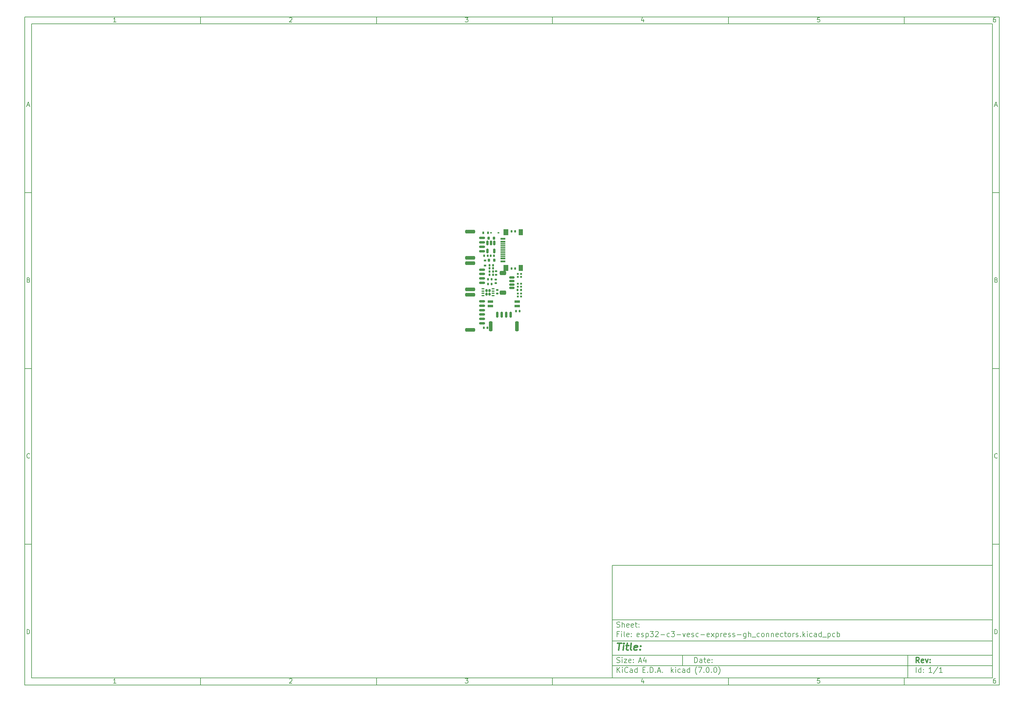
<source format=gbr>
%TF.GenerationSoftware,KiCad,Pcbnew,(7.0.0)*%
%TF.CreationDate,2023-02-27T05:24:14-06:00*%
%TF.ProjectId,esp32-c3-vesc-express-gh_connectors,65737033-322d-4633-932d-766573632d65,rev?*%
%TF.SameCoordinates,Original*%
%TF.FileFunction,Paste,Top*%
%TF.FilePolarity,Positive*%
%FSLAX46Y46*%
G04 Gerber Fmt 4.6, Leading zero omitted, Abs format (unit mm)*
G04 Created by KiCad (PCBNEW (7.0.0)) date 2023-02-27 05:24:14*
%MOMM*%
%LPD*%
G01*
G04 APERTURE LIST*
G04 Aperture macros list*
%AMRoundRect*
0 Rectangle with rounded corners*
0 $1 Rounding radius*
0 $2 $3 $4 $5 $6 $7 $8 $9 X,Y pos of 4 corners*
0 Add a 4 corners polygon primitive as box body*
4,1,4,$2,$3,$4,$5,$6,$7,$8,$9,$2,$3,0*
0 Add four circle primitives for the rounded corners*
1,1,$1+$1,$2,$3*
1,1,$1+$1,$4,$5*
1,1,$1+$1,$6,$7*
1,1,$1+$1,$8,$9*
0 Add four rect primitives between the rounded corners*
20,1,$1+$1,$2,$3,$4,$5,0*
20,1,$1+$1,$4,$5,$6,$7,0*
20,1,$1+$1,$6,$7,$8,$9,0*
20,1,$1+$1,$8,$9,$2,$3,0*%
G04 Aperture macros list end*
%ADD10C,0.100000*%
%ADD11C,0.150000*%
%ADD12C,0.300000*%
%ADD13C,0.400000*%
%ADD14R,1.450000X1.800000*%
%ADD15R,1.200000X1.800000*%
%ADD16R,1.450000X0.600000*%
%ADD17R,1.450000X0.300000*%
%ADD18R,0.500000X0.500000*%
%ADD19RoundRect,0.150000X0.150000X0.300000X-0.150000X0.300000X-0.150000X-0.300000X0.150000X-0.300000X0*%
%ADD20RoundRect,0.125000X0.125000X0.175000X-0.125000X0.175000X-0.125000X-0.175000X0.125000X-0.175000X0*%
%ADD21RoundRect,0.150000X0.150000X0.700000X-0.150000X0.700000X-0.150000X-0.700000X0.150000X-0.700000X0*%
%ADD22RoundRect,0.250000X0.250000X1.150000X-0.250000X1.150000X-0.250000X-1.150000X0.250000X-1.150000X0*%
%ADD23RoundRect,0.125000X-0.175000X0.125000X-0.175000X-0.125000X0.175000X-0.125000X0.175000X0.125000X0*%
%ADD24RoundRect,0.125000X-0.125000X-0.175000X0.125000X-0.175000X0.125000X0.175000X-0.125000X0.175000X0*%
%ADD25RoundRect,0.150000X0.700000X-0.150000X0.700000X0.150000X-0.700000X0.150000X-0.700000X-0.150000X0*%
%ADD26RoundRect,0.250000X1.150000X-0.250000X1.150000X0.250000X-1.150000X0.250000X-1.150000X-0.250000X0*%
%ADD27RoundRect,0.172500X0.172500X0.242500X-0.172500X0.242500X-0.172500X-0.242500X0.172500X-0.242500X0*%
%ADD28RoundRect,0.075000X0.325000X0.075000X-0.325000X0.075000X-0.325000X-0.075000X0.325000X-0.075000X0*%
%ADD29R,0.600000X0.450000*%
%ADD30R,0.600000X0.700000*%
%ADD31RoundRect,0.125000X0.175000X-0.125000X0.175000X0.125000X-0.175000X0.125000X-0.175000X-0.125000X0*%
%ADD32R,0.700000X0.600000*%
%ADD33R,1.600000X0.760000*%
%ADD34RoundRect,0.150000X-0.150000X0.512500X-0.150000X-0.512500X0.150000X-0.512500X0.150000X0.512500X0*%
%ADD35RoundRect,0.150000X0.625000X-0.150000X0.625000X0.150000X-0.625000X0.150000X-0.625000X-0.150000X0*%
%ADD36RoundRect,0.250000X0.650000X-0.350000X0.650000X0.350000X-0.650000X0.350000X-0.650000X-0.350000X0*%
G04 APERTURE END LIST*
D10*
D11*
X177002200Y-166007200D02*
X285002200Y-166007200D01*
X285002200Y-198007200D01*
X177002200Y-198007200D01*
X177002200Y-166007200D01*
D10*
D11*
X10000000Y-10000000D02*
X287002200Y-10000000D01*
X287002200Y-200007200D01*
X10000000Y-200007200D01*
X10000000Y-10000000D01*
D10*
D11*
X12000000Y-12000000D02*
X285002200Y-12000000D01*
X285002200Y-198007200D01*
X12000000Y-198007200D01*
X12000000Y-12000000D01*
D10*
D11*
X60000000Y-12000000D02*
X60000000Y-10000000D01*
D10*
D11*
X110000000Y-12000000D02*
X110000000Y-10000000D01*
D10*
D11*
X160000000Y-12000000D02*
X160000000Y-10000000D01*
D10*
D11*
X210000000Y-12000000D02*
X210000000Y-10000000D01*
D10*
D11*
X260000000Y-12000000D02*
X260000000Y-10000000D01*
D10*
D11*
X35990476Y-11477595D02*
X35247619Y-11477595D01*
X35619047Y-11477595D02*
X35619047Y-10177595D01*
X35619047Y-10177595D02*
X35495238Y-10363309D01*
X35495238Y-10363309D02*
X35371428Y-10487119D01*
X35371428Y-10487119D02*
X35247619Y-10549023D01*
D10*
D11*
X85247619Y-10301404D02*
X85309523Y-10239500D01*
X85309523Y-10239500D02*
X85433333Y-10177595D01*
X85433333Y-10177595D02*
X85742857Y-10177595D01*
X85742857Y-10177595D02*
X85866666Y-10239500D01*
X85866666Y-10239500D02*
X85928571Y-10301404D01*
X85928571Y-10301404D02*
X85990476Y-10425214D01*
X85990476Y-10425214D02*
X85990476Y-10549023D01*
X85990476Y-10549023D02*
X85928571Y-10734738D01*
X85928571Y-10734738D02*
X85185714Y-11477595D01*
X85185714Y-11477595D02*
X85990476Y-11477595D01*
D10*
D11*
X135185714Y-10177595D02*
X135990476Y-10177595D01*
X135990476Y-10177595D02*
X135557142Y-10672833D01*
X135557142Y-10672833D02*
X135742857Y-10672833D01*
X135742857Y-10672833D02*
X135866666Y-10734738D01*
X135866666Y-10734738D02*
X135928571Y-10796642D01*
X135928571Y-10796642D02*
X135990476Y-10920452D01*
X135990476Y-10920452D02*
X135990476Y-11229976D01*
X135990476Y-11229976D02*
X135928571Y-11353785D01*
X135928571Y-11353785D02*
X135866666Y-11415690D01*
X135866666Y-11415690D02*
X135742857Y-11477595D01*
X135742857Y-11477595D02*
X135371428Y-11477595D01*
X135371428Y-11477595D02*
X135247619Y-11415690D01*
X135247619Y-11415690D02*
X135185714Y-11353785D01*
D10*
D11*
X185866666Y-10610928D02*
X185866666Y-11477595D01*
X185557142Y-10115690D02*
X185247619Y-11044261D01*
X185247619Y-11044261D02*
X186052380Y-11044261D01*
D10*
D11*
X235928571Y-10177595D02*
X235309523Y-10177595D01*
X235309523Y-10177595D02*
X235247619Y-10796642D01*
X235247619Y-10796642D02*
X235309523Y-10734738D01*
X235309523Y-10734738D02*
X235433333Y-10672833D01*
X235433333Y-10672833D02*
X235742857Y-10672833D01*
X235742857Y-10672833D02*
X235866666Y-10734738D01*
X235866666Y-10734738D02*
X235928571Y-10796642D01*
X235928571Y-10796642D02*
X235990476Y-10920452D01*
X235990476Y-10920452D02*
X235990476Y-11229976D01*
X235990476Y-11229976D02*
X235928571Y-11353785D01*
X235928571Y-11353785D02*
X235866666Y-11415690D01*
X235866666Y-11415690D02*
X235742857Y-11477595D01*
X235742857Y-11477595D02*
X235433333Y-11477595D01*
X235433333Y-11477595D02*
X235309523Y-11415690D01*
X235309523Y-11415690D02*
X235247619Y-11353785D01*
D10*
D11*
X285866666Y-10177595D02*
X285619047Y-10177595D01*
X285619047Y-10177595D02*
X285495238Y-10239500D01*
X285495238Y-10239500D02*
X285433333Y-10301404D01*
X285433333Y-10301404D02*
X285309523Y-10487119D01*
X285309523Y-10487119D02*
X285247619Y-10734738D01*
X285247619Y-10734738D02*
X285247619Y-11229976D01*
X285247619Y-11229976D02*
X285309523Y-11353785D01*
X285309523Y-11353785D02*
X285371428Y-11415690D01*
X285371428Y-11415690D02*
X285495238Y-11477595D01*
X285495238Y-11477595D02*
X285742857Y-11477595D01*
X285742857Y-11477595D02*
X285866666Y-11415690D01*
X285866666Y-11415690D02*
X285928571Y-11353785D01*
X285928571Y-11353785D02*
X285990476Y-11229976D01*
X285990476Y-11229976D02*
X285990476Y-10920452D01*
X285990476Y-10920452D02*
X285928571Y-10796642D01*
X285928571Y-10796642D02*
X285866666Y-10734738D01*
X285866666Y-10734738D02*
X285742857Y-10672833D01*
X285742857Y-10672833D02*
X285495238Y-10672833D01*
X285495238Y-10672833D02*
X285371428Y-10734738D01*
X285371428Y-10734738D02*
X285309523Y-10796642D01*
X285309523Y-10796642D02*
X285247619Y-10920452D01*
D10*
D11*
X60000000Y-198007200D02*
X60000000Y-200007200D01*
D10*
D11*
X110000000Y-198007200D02*
X110000000Y-200007200D01*
D10*
D11*
X160000000Y-198007200D02*
X160000000Y-200007200D01*
D10*
D11*
X210000000Y-198007200D02*
X210000000Y-200007200D01*
D10*
D11*
X260000000Y-198007200D02*
X260000000Y-200007200D01*
D10*
D11*
X35990476Y-199484795D02*
X35247619Y-199484795D01*
X35619047Y-199484795D02*
X35619047Y-198184795D01*
X35619047Y-198184795D02*
X35495238Y-198370509D01*
X35495238Y-198370509D02*
X35371428Y-198494319D01*
X35371428Y-198494319D02*
X35247619Y-198556223D01*
D10*
D11*
X85247619Y-198308604D02*
X85309523Y-198246700D01*
X85309523Y-198246700D02*
X85433333Y-198184795D01*
X85433333Y-198184795D02*
X85742857Y-198184795D01*
X85742857Y-198184795D02*
X85866666Y-198246700D01*
X85866666Y-198246700D02*
X85928571Y-198308604D01*
X85928571Y-198308604D02*
X85990476Y-198432414D01*
X85990476Y-198432414D02*
X85990476Y-198556223D01*
X85990476Y-198556223D02*
X85928571Y-198741938D01*
X85928571Y-198741938D02*
X85185714Y-199484795D01*
X85185714Y-199484795D02*
X85990476Y-199484795D01*
D10*
D11*
X135185714Y-198184795D02*
X135990476Y-198184795D01*
X135990476Y-198184795D02*
X135557142Y-198680033D01*
X135557142Y-198680033D02*
X135742857Y-198680033D01*
X135742857Y-198680033D02*
X135866666Y-198741938D01*
X135866666Y-198741938D02*
X135928571Y-198803842D01*
X135928571Y-198803842D02*
X135990476Y-198927652D01*
X135990476Y-198927652D02*
X135990476Y-199237176D01*
X135990476Y-199237176D02*
X135928571Y-199360985D01*
X135928571Y-199360985D02*
X135866666Y-199422890D01*
X135866666Y-199422890D02*
X135742857Y-199484795D01*
X135742857Y-199484795D02*
X135371428Y-199484795D01*
X135371428Y-199484795D02*
X135247619Y-199422890D01*
X135247619Y-199422890D02*
X135185714Y-199360985D01*
D10*
D11*
X185866666Y-198618128D02*
X185866666Y-199484795D01*
X185557142Y-198122890D02*
X185247619Y-199051461D01*
X185247619Y-199051461D02*
X186052380Y-199051461D01*
D10*
D11*
X235928571Y-198184795D02*
X235309523Y-198184795D01*
X235309523Y-198184795D02*
X235247619Y-198803842D01*
X235247619Y-198803842D02*
X235309523Y-198741938D01*
X235309523Y-198741938D02*
X235433333Y-198680033D01*
X235433333Y-198680033D02*
X235742857Y-198680033D01*
X235742857Y-198680033D02*
X235866666Y-198741938D01*
X235866666Y-198741938D02*
X235928571Y-198803842D01*
X235928571Y-198803842D02*
X235990476Y-198927652D01*
X235990476Y-198927652D02*
X235990476Y-199237176D01*
X235990476Y-199237176D02*
X235928571Y-199360985D01*
X235928571Y-199360985D02*
X235866666Y-199422890D01*
X235866666Y-199422890D02*
X235742857Y-199484795D01*
X235742857Y-199484795D02*
X235433333Y-199484795D01*
X235433333Y-199484795D02*
X235309523Y-199422890D01*
X235309523Y-199422890D02*
X235247619Y-199360985D01*
D10*
D11*
X285866666Y-198184795D02*
X285619047Y-198184795D01*
X285619047Y-198184795D02*
X285495238Y-198246700D01*
X285495238Y-198246700D02*
X285433333Y-198308604D01*
X285433333Y-198308604D02*
X285309523Y-198494319D01*
X285309523Y-198494319D02*
X285247619Y-198741938D01*
X285247619Y-198741938D02*
X285247619Y-199237176D01*
X285247619Y-199237176D02*
X285309523Y-199360985D01*
X285309523Y-199360985D02*
X285371428Y-199422890D01*
X285371428Y-199422890D02*
X285495238Y-199484795D01*
X285495238Y-199484795D02*
X285742857Y-199484795D01*
X285742857Y-199484795D02*
X285866666Y-199422890D01*
X285866666Y-199422890D02*
X285928571Y-199360985D01*
X285928571Y-199360985D02*
X285990476Y-199237176D01*
X285990476Y-199237176D02*
X285990476Y-198927652D01*
X285990476Y-198927652D02*
X285928571Y-198803842D01*
X285928571Y-198803842D02*
X285866666Y-198741938D01*
X285866666Y-198741938D02*
X285742857Y-198680033D01*
X285742857Y-198680033D02*
X285495238Y-198680033D01*
X285495238Y-198680033D02*
X285371428Y-198741938D01*
X285371428Y-198741938D02*
X285309523Y-198803842D01*
X285309523Y-198803842D02*
X285247619Y-198927652D01*
D10*
D11*
X10000000Y-60000000D02*
X12000000Y-60000000D01*
D10*
D11*
X10000000Y-110000000D02*
X12000000Y-110000000D01*
D10*
D11*
X10000000Y-160000000D02*
X12000000Y-160000000D01*
D10*
D11*
X10690476Y-35106166D02*
X11309523Y-35106166D01*
X10566666Y-35477595D02*
X10999999Y-34177595D01*
X10999999Y-34177595D02*
X11433333Y-35477595D01*
D10*
D11*
X11092857Y-84796642D02*
X11278571Y-84858547D01*
X11278571Y-84858547D02*
X11340476Y-84920452D01*
X11340476Y-84920452D02*
X11402380Y-85044261D01*
X11402380Y-85044261D02*
X11402380Y-85229976D01*
X11402380Y-85229976D02*
X11340476Y-85353785D01*
X11340476Y-85353785D02*
X11278571Y-85415690D01*
X11278571Y-85415690D02*
X11154761Y-85477595D01*
X11154761Y-85477595D02*
X10659523Y-85477595D01*
X10659523Y-85477595D02*
X10659523Y-84177595D01*
X10659523Y-84177595D02*
X11092857Y-84177595D01*
X11092857Y-84177595D02*
X11216666Y-84239500D01*
X11216666Y-84239500D02*
X11278571Y-84301404D01*
X11278571Y-84301404D02*
X11340476Y-84425214D01*
X11340476Y-84425214D02*
X11340476Y-84549023D01*
X11340476Y-84549023D02*
X11278571Y-84672833D01*
X11278571Y-84672833D02*
X11216666Y-84734738D01*
X11216666Y-84734738D02*
X11092857Y-84796642D01*
X11092857Y-84796642D02*
X10659523Y-84796642D01*
D10*
D11*
X11402380Y-135353785D02*
X11340476Y-135415690D01*
X11340476Y-135415690D02*
X11154761Y-135477595D01*
X11154761Y-135477595D02*
X11030952Y-135477595D01*
X11030952Y-135477595D02*
X10845238Y-135415690D01*
X10845238Y-135415690D02*
X10721428Y-135291880D01*
X10721428Y-135291880D02*
X10659523Y-135168071D01*
X10659523Y-135168071D02*
X10597619Y-134920452D01*
X10597619Y-134920452D02*
X10597619Y-134734738D01*
X10597619Y-134734738D02*
X10659523Y-134487119D01*
X10659523Y-134487119D02*
X10721428Y-134363309D01*
X10721428Y-134363309D02*
X10845238Y-134239500D01*
X10845238Y-134239500D02*
X11030952Y-134177595D01*
X11030952Y-134177595D02*
X11154761Y-134177595D01*
X11154761Y-134177595D02*
X11340476Y-134239500D01*
X11340476Y-134239500D02*
X11402380Y-134301404D01*
D10*
D11*
X10659523Y-185477595D02*
X10659523Y-184177595D01*
X10659523Y-184177595D02*
X10969047Y-184177595D01*
X10969047Y-184177595D02*
X11154761Y-184239500D01*
X11154761Y-184239500D02*
X11278571Y-184363309D01*
X11278571Y-184363309D02*
X11340476Y-184487119D01*
X11340476Y-184487119D02*
X11402380Y-184734738D01*
X11402380Y-184734738D02*
X11402380Y-184920452D01*
X11402380Y-184920452D02*
X11340476Y-185168071D01*
X11340476Y-185168071D02*
X11278571Y-185291880D01*
X11278571Y-185291880D02*
X11154761Y-185415690D01*
X11154761Y-185415690D02*
X10969047Y-185477595D01*
X10969047Y-185477595D02*
X10659523Y-185477595D01*
D10*
D11*
X287002200Y-60000000D02*
X285002200Y-60000000D01*
D10*
D11*
X287002200Y-110000000D02*
X285002200Y-110000000D01*
D10*
D11*
X287002200Y-160000000D02*
X285002200Y-160000000D01*
D10*
D11*
X285692676Y-35106166D02*
X286311723Y-35106166D01*
X285568866Y-35477595D02*
X286002199Y-34177595D01*
X286002199Y-34177595D02*
X286435533Y-35477595D01*
D10*
D11*
X286095057Y-84796642D02*
X286280771Y-84858547D01*
X286280771Y-84858547D02*
X286342676Y-84920452D01*
X286342676Y-84920452D02*
X286404580Y-85044261D01*
X286404580Y-85044261D02*
X286404580Y-85229976D01*
X286404580Y-85229976D02*
X286342676Y-85353785D01*
X286342676Y-85353785D02*
X286280771Y-85415690D01*
X286280771Y-85415690D02*
X286156961Y-85477595D01*
X286156961Y-85477595D02*
X285661723Y-85477595D01*
X285661723Y-85477595D02*
X285661723Y-84177595D01*
X285661723Y-84177595D02*
X286095057Y-84177595D01*
X286095057Y-84177595D02*
X286218866Y-84239500D01*
X286218866Y-84239500D02*
X286280771Y-84301404D01*
X286280771Y-84301404D02*
X286342676Y-84425214D01*
X286342676Y-84425214D02*
X286342676Y-84549023D01*
X286342676Y-84549023D02*
X286280771Y-84672833D01*
X286280771Y-84672833D02*
X286218866Y-84734738D01*
X286218866Y-84734738D02*
X286095057Y-84796642D01*
X286095057Y-84796642D02*
X285661723Y-84796642D01*
D10*
D11*
X286404580Y-135353785D02*
X286342676Y-135415690D01*
X286342676Y-135415690D02*
X286156961Y-135477595D01*
X286156961Y-135477595D02*
X286033152Y-135477595D01*
X286033152Y-135477595D02*
X285847438Y-135415690D01*
X285847438Y-135415690D02*
X285723628Y-135291880D01*
X285723628Y-135291880D02*
X285661723Y-135168071D01*
X285661723Y-135168071D02*
X285599819Y-134920452D01*
X285599819Y-134920452D02*
X285599819Y-134734738D01*
X285599819Y-134734738D02*
X285661723Y-134487119D01*
X285661723Y-134487119D02*
X285723628Y-134363309D01*
X285723628Y-134363309D02*
X285847438Y-134239500D01*
X285847438Y-134239500D02*
X286033152Y-134177595D01*
X286033152Y-134177595D02*
X286156961Y-134177595D01*
X286156961Y-134177595D02*
X286342676Y-134239500D01*
X286342676Y-134239500D02*
X286404580Y-134301404D01*
D10*
D11*
X285661723Y-185477595D02*
X285661723Y-184177595D01*
X285661723Y-184177595D02*
X285971247Y-184177595D01*
X285971247Y-184177595D02*
X286156961Y-184239500D01*
X286156961Y-184239500D02*
X286280771Y-184363309D01*
X286280771Y-184363309D02*
X286342676Y-184487119D01*
X286342676Y-184487119D02*
X286404580Y-184734738D01*
X286404580Y-184734738D02*
X286404580Y-184920452D01*
X286404580Y-184920452D02*
X286342676Y-185168071D01*
X286342676Y-185168071D02*
X286280771Y-185291880D01*
X286280771Y-185291880D02*
X286156961Y-185415690D01*
X286156961Y-185415690D02*
X285971247Y-185477595D01*
X285971247Y-185477595D02*
X285661723Y-185477595D01*
D10*
D11*
X200359342Y-193658271D02*
X200359342Y-192158271D01*
X200359342Y-192158271D02*
X200716485Y-192158271D01*
X200716485Y-192158271D02*
X200930771Y-192229700D01*
X200930771Y-192229700D02*
X201073628Y-192372557D01*
X201073628Y-192372557D02*
X201145057Y-192515414D01*
X201145057Y-192515414D02*
X201216485Y-192801128D01*
X201216485Y-192801128D02*
X201216485Y-193015414D01*
X201216485Y-193015414D02*
X201145057Y-193301128D01*
X201145057Y-193301128D02*
X201073628Y-193443985D01*
X201073628Y-193443985D02*
X200930771Y-193586842D01*
X200930771Y-193586842D02*
X200716485Y-193658271D01*
X200716485Y-193658271D02*
X200359342Y-193658271D01*
X202502200Y-193658271D02*
X202502200Y-192872557D01*
X202502200Y-192872557D02*
X202430771Y-192729700D01*
X202430771Y-192729700D02*
X202287914Y-192658271D01*
X202287914Y-192658271D02*
X202002200Y-192658271D01*
X202002200Y-192658271D02*
X201859342Y-192729700D01*
X202502200Y-193586842D02*
X202359342Y-193658271D01*
X202359342Y-193658271D02*
X202002200Y-193658271D01*
X202002200Y-193658271D02*
X201859342Y-193586842D01*
X201859342Y-193586842D02*
X201787914Y-193443985D01*
X201787914Y-193443985D02*
X201787914Y-193301128D01*
X201787914Y-193301128D02*
X201859342Y-193158271D01*
X201859342Y-193158271D02*
X202002200Y-193086842D01*
X202002200Y-193086842D02*
X202359342Y-193086842D01*
X202359342Y-193086842D02*
X202502200Y-193015414D01*
X203002200Y-192658271D02*
X203573628Y-192658271D01*
X203216485Y-192158271D02*
X203216485Y-193443985D01*
X203216485Y-193443985D02*
X203287914Y-193586842D01*
X203287914Y-193586842D02*
X203430771Y-193658271D01*
X203430771Y-193658271D02*
X203573628Y-193658271D01*
X204645057Y-193586842D02*
X204502200Y-193658271D01*
X204502200Y-193658271D02*
X204216486Y-193658271D01*
X204216486Y-193658271D02*
X204073628Y-193586842D01*
X204073628Y-193586842D02*
X204002200Y-193443985D01*
X204002200Y-193443985D02*
X204002200Y-192872557D01*
X204002200Y-192872557D02*
X204073628Y-192729700D01*
X204073628Y-192729700D02*
X204216486Y-192658271D01*
X204216486Y-192658271D02*
X204502200Y-192658271D01*
X204502200Y-192658271D02*
X204645057Y-192729700D01*
X204645057Y-192729700D02*
X204716486Y-192872557D01*
X204716486Y-192872557D02*
X204716486Y-193015414D01*
X204716486Y-193015414D02*
X204002200Y-193158271D01*
X205359342Y-193515414D02*
X205430771Y-193586842D01*
X205430771Y-193586842D02*
X205359342Y-193658271D01*
X205359342Y-193658271D02*
X205287914Y-193586842D01*
X205287914Y-193586842D02*
X205359342Y-193515414D01*
X205359342Y-193515414D02*
X205359342Y-193658271D01*
X205359342Y-192729700D02*
X205430771Y-192801128D01*
X205430771Y-192801128D02*
X205359342Y-192872557D01*
X205359342Y-192872557D02*
X205287914Y-192801128D01*
X205287914Y-192801128D02*
X205359342Y-192729700D01*
X205359342Y-192729700D02*
X205359342Y-192872557D01*
D10*
D11*
X177002200Y-194507200D02*
X285002200Y-194507200D01*
D10*
D11*
X178359342Y-196458271D02*
X178359342Y-194958271D01*
X179216485Y-196458271D02*
X178573628Y-195601128D01*
X179216485Y-194958271D02*
X178359342Y-195815414D01*
X179859342Y-196458271D02*
X179859342Y-195458271D01*
X179859342Y-194958271D02*
X179787914Y-195029700D01*
X179787914Y-195029700D02*
X179859342Y-195101128D01*
X179859342Y-195101128D02*
X179930771Y-195029700D01*
X179930771Y-195029700D02*
X179859342Y-194958271D01*
X179859342Y-194958271D02*
X179859342Y-195101128D01*
X181430771Y-196315414D02*
X181359343Y-196386842D01*
X181359343Y-196386842D02*
X181145057Y-196458271D01*
X181145057Y-196458271D02*
X181002200Y-196458271D01*
X181002200Y-196458271D02*
X180787914Y-196386842D01*
X180787914Y-196386842D02*
X180645057Y-196243985D01*
X180645057Y-196243985D02*
X180573628Y-196101128D01*
X180573628Y-196101128D02*
X180502200Y-195815414D01*
X180502200Y-195815414D02*
X180502200Y-195601128D01*
X180502200Y-195601128D02*
X180573628Y-195315414D01*
X180573628Y-195315414D02*
X180645057Y-195172557D01*
X180645057Y-195172557D02*
X180787914Y-195029700D01*
X180787914Y-195029700D02*
X181002200Y-194958271D01*
X181002200Y-194958271D02*
X181145057Y-194958271D01*
X181145057Y-194958271D02*
X181359343Y-195029700D01*
X181359343Y-195029700D02*
X181430771Y-195101128D01*
X182716486Y-196458271D02*
X182716486Y-195672557D01*
X182716486Y-195672557D02*
X182645057Y-195529700D01*
X182645057Y-195529700D02*
X182502200Y-195458271D01*
X182502200Y-195458271D02*
X182216486Y-195458271D01*
X182216486Y-195458271D02*
X182073628Y-195529700D01*
X182716486Y-196386842D02*
X182573628Y-196458271D01*
X182573628Y-196458271D02*
X182216486Y-196458271D01*
X182216486Y-196458271D02*
X182073628Y-196386842D01*
X182073628Y-196386842D02*
X182002200Y-196243985D01*
X182002200Y-196243985D02*
X182002200Y-196101128D01*
X182002200Y-196101128D02*
X182073628Y-195958271D01*
X182073628Y-195958271D02*
X182216486Y-195886842D01*
X182216486Y-195886842D02*
X182573628Y-195886842D01*
X182573628Y-195886842D02*
X182716486Y-195815414D01*
X184073629Y-196458271D02*
X184073629Y-194958271D01*
X184073629Y-196386842D02*
X183930771Y-196458271D01*
X183930771Y-196458271D02*
X183645057Y-196458271D01*
X183645057Y-196458271D02*
X183502200Y-196386842D01*
X183502200Y-196386842D02*
X183430771Y-196315414D01*
X183430771Y-196315414D02*
X183359343Y-196172557D01*
X183359343Y-196172557D02*
X183359343Y-195743985D01*
X183359343Y-195743985D02*
X183430771Y-195601128D01*
X183430771Y-195601128D02*
X183502200Y-195529700D01*
X183502200Y-195529700D02*
X183645057Y-195458271D01*
X183645057Y-195458271D02*
X183930771Y-195458271D01*
X183930771Y-195458271D02*
X184073629Y-195529700D01*
X185687914Y-195672557D02*
X186187914Y-195672557D01*
X186402200Y-196458271D02*
X185687914Y-196458271D01*
X185687914Y-196458271D02*
X185687914Y-194958271D01*
X185687914Y-194958271D02*
X186402200Y-194958271D01*
X187045057Y-196315414D02*
X187116486Y-196386842D01*
X187116486Y-196386842D02*
X187045057Y-196458271D01*
X187045057Y-196458271D02*
X186973629Y-196386842D01*
X186973629Y-196386842D02*
X187045057Y-196315414D01*
X187045057Y-196315414D02*
X187045057Y-196458271D01*
X187759343Y-196458271D02*
X187759343Y-194958271D01*
X187759343Y-194958271D02*
X188116486Y-194958271D01*
X188116486Y-194958271D02*
X188330772Y-195029700D01*
X188330772Y-195029700D02*
X188473629Y-195172557D01*
X188473629Y-195172557D02*
X188545058Y-195315414D01*
X188545058Y-195315414D02*
X188616486Y-195601128D01*
X188616486Y-195601128D02*
X188616486Y-195815414D01*
X188616486Y-195815414D02*
X188545058Y-196101128D01*
X188545058Y-196101128D02*
X188473629Y-196243985D01*
X188473629Y-196243985D02*
X188330772Y-196386842D01*
X188330772Y-196386842D02*
X188116486Y-196458271D01*
X188116486Y-196458271D02*
X187759343Y-196458271D01*
X189259343Y-196315414D02*
X189330772Y-196386842D01*
X189330772Y-196386842D02*
X189259343Y-196458271D01*
X189259343Y-196458271D02*
X189187915Y-196386842D01*
X189187915Y-196386842D02*
X189259343Y-196315414D01*
X189259343Y-196315414D02*
X189259343Y-196458271D01*
X189902201Y-196029700D02*
X190616487Y-196029700D01*
X189759344Y-196458271D02*
X190259344Y-194958271D01*
X190259344Y-194958271D02*
X190759344Y-196458271D01*
X191259343Y-196315414D02*
X191330772Y-196386842D01*
X191330772Y-196386842D02*
X191259343Y-196458271D01*
X191259343Y-196458271D02*
X191187915Y-196386842D01*
X191187915Y-196386842D02*
X191259343Y-196315414D01*
X191259343Y-196315414D02*
X191259343Y-196458271D01*
X193773629Y-196458271D02*
X193773629Y-194958271D01*
X193916487Y-195886842D02*
X194345058Y-196458271D01*
X194345058Y-195458271D02*
X193773629Y-196029700D01*
X194987915Y-196458271D02*
X194987915Y-195458271D01*
X194987915Y-194958271D02*
X194916487Y-195029700D01*
X194916487Y-195029700D02*
X194987915Y-195101128D01*
X194987915Y-195101128D02*
X195059344Y-195029700D01*
X195059344Y-195029700D02*
X194987915Y-194958271D01*
X194987915Y-194958271D02*
X194987915Y-195101128D01*
X196345059Y-196386842D02*
X196202201Y-196458271D01*
X196202201Y-196458271D02*
X195916487Y-196458271D01*
X195916487Y-196458271D02*
X195773630Y-196386842D01*
X195773630Y-196386842D02*
X195702201Y-196315414D01*
X195702201Y-196315414D02*
X195630773Y-196172557D01*
X195630773Y-196172557D02*
X195630773Y-195743985D01*
X195630773Y-195743985D02*
X195702201Y-195601128D01*
X195702201Y-195601128D02*
X195773630Y-195529700D01*
X195773630Y-195529700D02*
X195916487Y-195458271D01*
X195916487Y-195458271D02*
X196202201Y-195458271D01*
X196202201Y-195458271D02*
X196345059Y-195529700D01*
X197630773Y-196458271D02*
X197630773Y-195672557D01*
X197630773Y-195672557D02*
X197559344Y-195529700D01*
X197559344Y-195529700D02*
X197416487Y-195458271D01*
X197416487Y-195458271D02*
X197130773Y-195458271D01*
X197130773Y-195458271D02*
X196987915Y-195529700D01*
X197630773Y-196386842D02*
X197487915Y-196458271D01*
X197487915Y-196458271D02*
X197130773Y-196458271D01*
X197130773Y-196458271D02*
X196987915Y-196386842D01*
X196987915Y-196386842D02*
X196916487Y-196243985D01*
X196916487Y-196243985D02*
X196916487Y-196101128D01*
X196916487Y-196101128D02*
X196987915Y-195958271D01*
X196987915Y-195958271D02*
X197130773Y-195886842D01*
X197130773Y-195886842D02*
X197487915Y-195886842D01*
X197487915Y-195886842D02*
X197630773Y-195815414D01*
X198987916Y-196458271D02*
X198987916Y-194958271D01*
X198987916Y-196386842D02*
X198845058Y-196458271D01*
X198845058Y-196458271D02*
X198559344Y-196458271D01*
X198559344Y-196458271D02*
X198416487Y-196386842D01*
X198416487Y-196386842D02*
X198345058Y-196315414D01*
X198345058Y-196315414D02*
X198273630Y-196172557D01*
X198273630Y-196172557D02*
X198273630Y-195743985D01*
X198273630Y-195743985D02*
X198345058Y-195601128D01*
X198345058Y-195601128D02*
X198416487Y-195529700D01*
X198416487Y-195529700D02*
X198559344Y-195458271D01*
X198559344Y-195458271D02*
X198845058Y-195458271D01*
X198845058Y-195458271D02*
X198987916Y-195529700D01*
X201030773Y-197029700D02*
X200959344Y-196958271D01*
X200959344Y-196958271D02*
X200816487Y-196743985D01*
X200816487Y-196743985D02*
X200745059Y-196601128D01*
X200745059Y-196601128D02*
X200673630Y-196386842D01*
X200673630Y-196386842D02*
X200602201Y-196029700D01*
X200602201Y-196029700D02*
X200602201Y-195743985D01*
X200602201Y-195743985D02*
X200673630Y-195386842D01*
X200673630Y-195386842D02*
X200745059Y-195172557D01*
X200745059Y-195172557D02*
X200816487Y-195029700D01*
X200816487Y-195029700D02*
X200959344Y-194815414D01*
X200959344Y-194815414D02*
X201030773Y-194743985D01*
X201459344Y-194958271D02*
X202459344Y-194958271D01*
X202459344Y-194958271D02*
X201816487Y-196458271D01*
X203030772Y-196315414D02*
X203102201Y-196386842D01*
X203102201Y-196386842D02*
X203030772Y-196458271D01*
X203030772Y-196458271D02*
X202959344Y-196386842D01*
X202959344Y-196386842D02*
X203030772Y-196315414D01*
X203030772Y-196315414D02*
X203030772Y-196458271D01*
X204030773Y-194958271D02*
X204173630Y-194958271D01*
X204173630Y-194958271D02*
X204316487Y-195029700D01*
X204316487Y-195029700D02*
X204387916Y-195101128D01*
X204387916Y-195101128D02*
X204459344Y-195243985D01*
X204459344Y-195243985D02*
X204530773Y-195529700D01*
X204530773Y-195529700D02*
X204530773Y-195886842D01*
X204530773Y-195886842D02*
X204459344Y-196172557D01*
X204459344Y-196172557D02*
X204387916Y-196315414D01*
X204387916Y-196315414D02*
X204316487Y-196386842D01*
X204316487Y-196386842D02*
X204173630Y-196458271D01*
X204173630Y-196458271D02*
X204030773Y-196458271D01*
X204030773Y-196458271D02*
X203887916Y-196386842D01*
X203887916Y-196386842D02*
X203816487Y-196315414D01*
X203816487Y-196315414D02*
X203745058Y-196172557D01*
X203745058Y-196172557D02*
X203673630Y-195886842D01*
X203673630Y-195886842D02*
X203673630Y-195529700D01*
X203673630Y-195529700D02*
X203745058Y-195243985D01*
X203745058Y-195243985D02*
X203816487Y-195101128D01*
X203816487Y-195101128D02*
X203887916Y-195029700D01*
X203887916Y-195029700D02*
X204030773Y-194958271D01*
X205173629Y-196315414D02*
X205245058Y-196386842D01*
X205245058Y-196386842D02*
X205173629Y-196458271D01*
X205173629Y-196458271D02*
X205102201Y-196386842D01*
X205102201Y-196386842D02*
X205173629Y-196315414D01*
X205173629Y-196315414D02*
X205173629Y-196458271D01*
X206173630Y-194958271D02*
X206316487Y-194958271D01*
X206316487Y-194958271D02*
X206459344Y-195029700D01*
X206459344Y-195029700D02*
X206530773Y-195101128D01*
X206530773Y-195101128D02*
X206602201Y-195243985D01*
X206602201Y-195243985D02*
X206673630Y-195529700D01*
X206673630Y-195529700D02*
X206673630Y-195886842D01*
X206673630Y-195886842D02*
X206602201Y-196172557D01*
X206602201Y-196172557D02*
X206530773Y-196315414D01*
X206530773Y-196315414D02*
X206459344Y-196386842D01*
X206459344Y-196386842D02*
X206316487Y-196458271D01*
X206316487Y-196458271D02*
X206173630Y-196458271D01*
X206173630Y-196458271D02*
X206030773Y-196386842D01*
X206030773Y-196386842D02*
X205959344Y-196315414D01*
X205959344Y-196315414D02*
X205887915Y-196172557D01*
X205887915Y-196172557D02*
X205816487Y-195886842D01*
X205816487Y-195886842D02*
X205816487Y-195529700D01*
X205816487Y-195529700D02*
X205887915Y-195243985D01*
X205887915Y-195243985D02*
X205959344Y-195101128D01*
X205959344Y-195101128D02*
X206030773Y-195029700D01*
X206030773Y-195029700D02*
X206173630Y-194958271D01*
X207173629Y-197029700D02*
X207245058Y-196958271D01*
X207245058Y-196958271D02*
X207387915Y-196743985D01*
X207387915Y-196743985D02*
X207459344Y-196601128D01*
X207459344Y-196601128D02*
X207530772Y-196386842D01*
X207530772Y-196386842D02*
X207602201Y-196029700D01*
X207602201Y-196029700D02*
X207602201Y-195743985D01*
X207602201Y-195743985D02*
X207530772Y-195386842D01*
X207530772Y-195386842D02*
X207459344Y-195172557D01*
X207459344Y-195172557D02*
X207387915Y-195029700D01*
X207387915Y-195029700D02*
X207245058Y-194815414D01*
X207245058Y-194815414D02*
X207173629Y-194743985D01*
D10*
D11*
X177002200Y-191507200D02*
X285002200Y-191507200D01*
D10*
D12*
X264216485Y-193658271D02*
X263716485Y-192943985D01*
X263359342Y-193658271D02*
X263359342Y-192158271D01*
X263359342Y-192158271D02*
X263930771Y-192158271D01*
X263930771Y-192158271D02*
X264073628Y-192229700D01*
X264073628Y-192229700D02*
X264145057Y-192301128D01*
X264145057Y-192301128D02*
X264216485Y-192443985D01*
X264216485Y-192443985D02*
X264216485Y-192658271D01*
X264216485Y-192658271D02*
X264145057Y-192801128D01*
X264145057Y-192801128D02*
X264073628Y-192872557D01*
X264073628Y-192872557D02*
X263930771Y-192943985D01*
X263930771Y-192943985D02*
X263359342Y-192943985D01*
X265430771Y-193586842D02*
X265287914Y-193658271D01*
X265287914Y-193658271D02*
X265002200Y-193658271D01*
X265002200Y-193658271D02*
X264859342Y-193586842D01*
X264859342Y-193586842D02*
X264787914Y-193443985D01*
X264787914Y-193443985D02*
X264787914Y-192872557D01*
X264787914Y-192872557D02*
X264859342Y-192729700D01*
X264859342Y-192729700D02*
X265002200Y-192658271D01*
X265002200Y-192658271D02*
X265287914Y-192658271D01*
X265287914Y-192658271D02*
X265430771Y-192729700D01*
X265430771Y-192729700D02*
X265502200Y-192872557D01*
X265502200Y-192872557D02*
X265502200Y-193015414D01*
X265502200Y-193015414D02*
X264787914Y-193158271D01*
X266002199Y-192658271D02*
X266359342Y-193658271D01*
X266359342Y-193658271D02*
X266716485Y-192658271D01*
X267287913Y-193515414D02*
X267359342Y-193586842D01*
X267359342Y-193586842D02*
X267287913Y-193658271D01*
X267287913Y-193658271D02*
X267216485Y-193586842D01*
X267216485Y-193586842D02*
X267287913Y-193515414D01*
X267287913Y-193515414D02*
X267287913Y-193658271D01*
X267287913Y-192729700D02*
X267359342Y-192801128D01*
X267359342Y-192801128D02*
X267287913Y-192872557D01*
X267287913Y-192872557D02*
X267216485Y-192801128D01*
X267216485Y-192801128D02*
X267287913Y-192729700D01*
X267287913Y-192729700D02*
X267287913Y-192872557D01*
D10*
D11*
X178287914Y-193586842D02*
X178502200Y-193658271D01*
X178502200Y-193658271D02*
X178859342Y-193658271D01*
X178859342Y-193658271D02*
X179002200Y-193586842D01*
X179002200Y-193586842D02*
X179073628Y-193515414D01*
X179073628Y-193515414D02*
X179145057Y-193372557D01*
X179145057Y-193372557D02*
X179145057Y-193229700D01*
X179145057Y-193229700D02*
X179073628Y-193086842D01*
X179073628Y-193086842D02*
X179002200Y-193015414D01*
X179002200Y-193015414D02*
X178859342Y-192943985D01*
X178859342Y-192943985D02*
X178573628Y-192872557D01*
X178573628Y-192872557D02*
X178430771Y-192801128D01*
X178430771Y-192801128D02*
X178359342Y-192729700D01*
X178359342Y-192729700D02*
X178287914Y-192586842D01*
X178287914Y-192586842D02*
X178287914Y-192443985D01*
X178287914Y-192443985D02*
X178359342Y-192301128D01*
X178359342Y-192301128D02*
X178430771Y-192229700D01*
X178430771Y-192229700D02*
X178573628Y-192158271D01*
X178573628Y-192158271D02*
X178930771Y-192158271D01*
X178930771Y-192158271D02*
X179145057Y-192229700D01*
X179787913Y-193658271D02*
X179787913Y-192658271D01*
X179787913Y-192158271D02*
X179716485Y-192229700D01*
X179716485Y-192229700D02*
X179787913Y-192301128D01*
X179787913Y-192301128D02*
X179859342Y-192229700D01*
X179859342Y-192229700D02*
X179787913Y-192158271D01*
X179787913Y-192158271D02*
X179787913Y-192301128D01*
X180359342Y-192658271D02*
X181145057Y-192658271D01*
X181145057Y-192658271D02*
X180359342Y-193658271D01*
X180359342Y-193658271D02*
X181145057Y-193658271D01*
X182287914Y-193586842D02*
X182145057Y-193658271D01*
X182145057Y-193658271D02*
X181859343Y-193658271D01*
X181859343Y-193658271D02*
X181716485Y-193586842D01*
X181716485Y-193586842D02*
X181645057Y-193443985D01*
X181645057Y-193443985D02*
X181645057Y-192872557D01*
X181645057Y-192872557D02*
X181716485Y-192729700D01*
X181716485Y-192729700D02*
X181859343Y-192658271D01*
X181859343Y-192658271D02*
X182145057Y-192658271D01*
X182145057Y-192658271D02*
X182287914Y-192729700D01*
X182287914Y-192729700D02*
X182359343Y-192872557D01*
X182359343Y-192872557D02*
X182359343Y-193015414D01*
X182359343Y-193015414D02*
X181645057Y-193158271D01*
X183002199Y-193515414D02*
X183073628Y-193586842D01*
X183073628Y-193586842D02*
X183002199Y-193658271D01*
X183002199Y-193658271D02*
X182930771Y-193586842D01*
X182930771Y-193586842D02*
X183002199Y-193515414D01*
X183002199Y-193515414D02*
X183002199Y-193658271D01*
X183002199Y-192729700D02*
X183073628Y-192801128D01*
X183073628Y-192801128D02*
X183002199Y-192872557D01*
X183002199Y-192872557D02*
X182930771Y-192801128D01*
X182930771Y-192801128D02*
X183002199Y-192729700D01*
X183002199Y-192729700D02*
X183002199Y-192872557D01*
X184545057Y-193229700D02*
X185259343Y-193229700D01*
X184402200Y-193658271D02*
X184902200Y-192158271D01*
X184902200Y-192158271D02*
X185402200Y-193658271D01*
X186545057Y-192658271D02*
X186545057Y-193658271D01*
X186187914Y-192086842D02*
X185830771Y-193158271D01*
X185830771Y-193158271D02*
X186759342Y-193158271D01*
D10*
D11*
X263359342Y-196458271D02*
X263359342Y-194958271D01*
X264716486Y-196458271D02*
X264716486Y-194958271D01*
X264716486Y-196386842D02*
X264573628Y-196458271D01*
X264573628Y-196458271D02*
X264287914Y-196458271D01*
X264287914Y-196458271D02*
X264145057Y-196386842D01*
X264145057Y-196386842D02*
X264073628Y-196315414D01*
X264073628Y-196315414D02*
X264002200Y-196172557D01*
X264002200Y-196172557D02*
X264002200Y-195743985D01*
X264002200Y-195743985D02*
X264073628Y-195601128D01*
X264073628Y-195601128D02*
X264145057Y-195529700D01*
X264145057Y-195529700D02*
X264287914Y-195458271D01*
X264287914Y-195458271D02*
X264573628Y-195458271D01*
X264573628Y-195458271D02*
X264716486Y-195529700D01*
X265430771Y-196315414D02*
X265502200Y-196386842D01*
X265502200Y-196386842D02*
X265430771Y-196458271D01*
X265430771Y-196458271D02*
X265359343Y-196386842D01*
X265359343Y-196386842D02*
X265430771Y-196315414D01*
X265430771Y-196315414D02*
X265430771Y-196458271D01*
X265430771Y-195529700D02*
X265502200Y-195601128D01*
X265502200Y-195601128D02*
X265430771Y-195672557D01*
X265430771Y-195672557D02*
X265359343Y-195601128D01*
X265359343Y-195601128D02*
X265430771Y-195529700D01*
X265430771Y-195529700D02*
X265430771Y-195672557D01*
X267830772Y-196458271D02*
X266973629Y-196458271D01*
X267402200Y-196458271D02*
X267402200Y-194958271D01*
X267402200Y-194958271D02*
X267259343Y-195172557D01*
X267259343Y-195172557D02*
X267116486Y-195315414D01*
X267116486Y-195315414D02*
X266973629Y-195386842D01*
X269545057Y-194886842D02*
X268259343Y-196815414D01*
X270830772Y-196458271D02*
X269973629Y-196458271D01*
X270402200Y-196458271D02*
X270402200Y-194958271D01*
X270402200Y-194958271D02*
X270259343Y-195172557D01*
X270259343Y-195172557D02*
X270116486Y-195315414D01*
X270116486Y-195315414D02*
X269973629Y-195386842D01*
D10*
D11*
X177002200Y-187507200D02*
X285002200Y-187507200D01*
D10*
D13*
X178454580Y-188041961D02*
X179597438Y-188041961D01*
X178776009Y-190041961D02*
X179026009Y-188041961D01*
X180014105Y-190041961D02*
X180180771Y-188708628D01*
X180264105Y-188041961D02*
X180156962Y-188137200D01*
X180156962Y-188137200D02*
X180240295Y-188232438D01*
X180240295Y-188232438D02*
X180347438Y-188137200D01*
X180347438Y-188137200D02*
X180264105Y-188041961D01*
X180264105Y-188041961D02*
X180240295Y-188232438D01*
X180847438Y-188708628D02*
X181609343Y-188708628D01*
X181216486Y-188041961D02*
X181002200Y-189756247D01*
X181002200Y-189756247D02*
X181073629Y-189946723D01*
X181073629Y-189946723D02*
X181252200Y-190041961D01*
X181252200Y-190041961D02*
X181442676Y-190041961D01*
X182395057Y-190041961D02*
X182216486Y-189946723D01*
X182216486Y-189946723D02*
X182145057Y-189756247D01*
X182145057Y-189756247D02*
X182359343Y-188041961D01*
X183930771Y-189946723D02*
X183728390Y-190041961D01*
X183728390Y-190041961D02*
X183347438Y-190041961D01*
X183347438Y-190041961D02*
X183168867Y-189946723D01*
X183168867Y-189946723D02*
X183097438Y-189756247D01*
X183097438Y-189756247D02*
X183192676Y-188994342D01*
X183192676Y-188994342D02*
X183311724Y-188803866D01*
X183311724Y-188803866D02*
X183514105Y-188708628D01*
X183514105Y-188708628D02*
X183895057Y-188708628D01*
X183895057Y-188708628D02*
X184073628Y-188803866D01*
X184073628Y-188803866D02*
X184145057Y-188994342D01*
X184145057Y-188994342D02*
X184121247Y-189184819D01*
X184121247Y-189184819D02*
X183145057Y-189375295D01*
X184895057Y-189851485D02*
X184978391Y-189946723D01*
X184978391Y-189946723D02*
X184871248Y-190041961D01*
X184871248Y-190041961D02*
X184787914Y-189946723D01*
X184787914Y-189946723D02*
X184895057Y-189851485D01*
X184895057Y-189851485D02*
X184871248Y-190041961D01*
X185026010Y-188803866D02*
X185109343Y-188899104D01*
X185109343Y-188899104D02*
X185002200Y-188994342D01*
X185002200Y-188994342D02*
X184918867Y-188899104D01*
X184918867Y-188899104D02*
X185026010Y-188803866D01*
X185026010Y-188803866D02*
X185002200Y-188994342D01*
D10*
D11*
X178859342Y-185472557D02*
X178359342Y-185472557D01*
X178359342Y-186258271D02*
X178359342Y-184758271D01*
X178359342Y-184758271D02*
X179073628Y-184758271D01*
X179645056Y-186258271D02*
X179645056Y-185258271D01*
X179645056Y-184758271D02*
X179573628Y-184829700D01*
X179573628Y-184829700D02*
X179645056Y-184901128D01*
X179645056Y-184901128D02*
X179716485Y-184829700D01*
X179716485Y-184829700D02*
X179645056Y-184758271D01*
X179645056Y-184758271D02*
X179645056Y-184901128D01*
X180573628Y-186258271D02*
X180430771Y-186186842D01*
X180430771Y-186186842D02*
X180359342Y-186043985D01*
X180359342Y-186043985D02*
X180359342Y-184758271D01*
X181716485Y-186186842D02*
X181573628Y-186258271D01*
X181573628Y-186258271D02*
X181287914Y-186258271D01*
X181287914Y-186258271D02*
X181145056Y-186186842D01*
X181145056Y-186186842D02*
X181073628Y-186043985D01*
X181073628Y-186043985D02*
X181073628Y-185472557D01*
X181073628Y-185472557D02*
X181145056Y-185329700D01*
X181145056Y-185329700D02*
X181287914Y-185258271D01*
X181287914Y-185258271D02*
X181573628Y-185258271D01*
X181573628Y-185258271D02*
X181716485Y-185329700D01*
X181716485Y-185329700D02*
X181787914Y-185472557D01*
X181787914Y-185472557D02*
X181787914Y-185615414D01*
X181787914Y-185615414D02*
X181073628Y-185758271D01*
X182430770Y-186115414D02*
X182502199Y-186186842D01*
X182502199Y-186186842D02*
X182430770Y-186258271D01*
X182430770Y-186258271D02*
X182359342Y-186186842D01*
X182359342Y-186186842D02*
X182430770Y-186115414D01*
X182430770Y-186115414D02*
X182430770Y-186258271D01*
X182430770Y-185329700D02*
X182502199Y-185401128D01*
X182502199Y-185401128D02*
X182430770Y-185472557D01*
X182430770Y-185472557D02*
X182359342Y-185401128D01*
X182359342Y-185401128D02*
X182430770Y-185329700D01*
X182430770Y-185329700D02*
X182430770Y-185472557D01*
X184616485Y-186186842D02*
X184473628Y-186258271D01*
X184473628Y-186258271D02*
X184187914Y-186258271D01*
X184187914Y-186258271D02*
X184045056Y-186186842D01*
X184045056Y-186186842D02*
X183973628Y-186043985D01*
X183973628Y-186043985D02*
X183973628Y-185472557D01*
X183973628Y-185472557D02*
X184045056Y-185329700D01*
X184045056Y-185329700D02*
X184187914Y-185258271D01*
X184187914Y-185258271D02*
X184473628Y-185258271D01*
X184473628Y-185258271D02*
X184616485Y-185329700D01*
X184616485Y-185329700D02*
X184687914Y-185472557D01*
X184687914Y-185472557D02*
X184687914Y-185615414D01*
X184687914Y-185615414D02*
X183973628Y-185758271D01*
X185259342Y-186186842D02*
X185402199Y-186258271D01*
X185402199Y-186258271D02*
X185687913Y-186258271D01*
X185687913Y-186258271D02*
X185830770Y-186186842D01*
X185830770Y-186186842D02*
X185902199Y-186043985D01*
X185902199Y-186043985D02*
X185902199Y-185972557D01*
X185902199Y-185972557D02*
X185830770Y-185829700D01*
X185830770Y-185829700D02*
X185687913Y-185758271D01*
X185687913Y-185758271D02*
X185473628Y-185758271D01*
X185473628Y-185758271D02*
X185330770Y-185686842D01*
X185330770Y-185686842D02*
X185259342Y-185543985D01*
X185259342Y-185543985D02*
X185259342Y-185472557D01*
X185259342Y-185472557D02*
X185330770Y-185329700D01*
X185330770Y-185329700D02*
X185473628Y-185258271D01*
X185473628Y-185258271D02*
X185687913Y-185258271D01*
X185687913Y-185258271D02*
X185830770Y-185329700D01*
X186545056Y-185258271D02*
X186545056Y-186758271D01*
X186545056Y-185329700D02*
X186687914Y-185258271D01*
X186687914Y-185258271D02*
X186973628Y-185258271D01*
X186973628Y-185258271D02*
X187116485Y-185329700D01*
X187116485Y-185329700D02*
X187187914Y-185401128D01*
X187187914Y-185401128D02*
X187259342Y-185543985D01*
X187259342Y-185543985D02*
X187259342Y-185972557D01*
X187259342Y-185972557D02*
X187187914Y-186115414D01*
X187187914Y-186115414D02*
X187116485Y-186186842D01*
X187116485Y-186186842D02*
X186973628Y-186258271D01*
X186973628Y-186258271D02*
X186687914Y-186258271D01*
X186687914Y-186258271D02*
X186545056Y-186186842D01*
X187759342Y-184758271D02*
X188687914Y-184758271D01*
X188687914Y-184758271D02*
X188187914Y-185329700D01*
X188187914Y-185329700D02*
X188402199Y-185329700D01*
X188402199Y-185329700D02*
X188545057Y-185401128D01*
X188545057Y-185401128D02*
X188616485Y-185472557D01*
X188616485Y-185472557D02*
X188687914Y-185615414D01*
X188687914Y-185615414D02*
X188687914Y-185972557D01*
X188687914Y-185972557D02*
X188616485Y-186115414D01*
X188616485Y-186115414D02*
X188545057Y-186186842D01*
X188545057Y-186186842D02*
X188402199Y-186258271D01*
X188402199Y-186258271D02*
X187973628Y-186258271D01*
X187973628Y-186258271D02*
X187830771Y-186186842D01*
X187830771Y-186186842D02*
X187759342Y-186115414D01*
X189259342Y-184901128D02*
X189330770Y-184829700D01*
X189330770Y-184829700D02*
X189473628Y-184758271D01*
X189473628Y-184758271D02*
X189830770Y-184758271D01*
X189830770Y-184758271D02*
X189973628Y-184829700D01*
X189973628Y-184829700D02*
X190045056Y-184901128D01*
X190045056Y-184901128D02*
X190116485Y-185043985D01*
X190116485Y-185043985D02*
X190116485Y-185186842D01*
X190116485Y-185186842D02*
X190045056Y-185401128D01*
X190045056Y-185401128D02*
X189187913Y-186258271D01*
X189187913Y-186258271D02*
X190116485Y-186258271D01*
X190759341Y-185686842D02*
X191902199Y-185686842D01*
X193259342Y-186186842D02*
X193116484Y-186258271D01*
X193116484Y-186258271D02*
X192830770Y-186258271D01*
X192830770Y-186258271D02*
X192687913Y-186186842D01*
X192687913Y-186186842D02*
X192616484Y-186115414D01*
X192616484Y-186115414D02*
X192545056Y-185972557D01*
X192545056Y-185972557D02*
X192545056Y-185543985D01*
X192545056Y-185543985D02*
X192616484Y-185401128D01*
X192616484Y-185401128D02*
X192687913Y-185329700D01*
X192687913Y-185329700D02*
X192830770Y-185258271D01*
X192830770Y-185258271D02*
X193116484Y-185258271D01*
X193116484Y-185258271D02*
X193259342Y-185329700D01*
X193759341Y-184758271D02*
X194687913Y-184758271D01*
X194687913Y-184758271D02*
X194187913Y-185329700D01*
X194187913Y-185329700D02*
X194402198Y-185329700D01*
X194402198Y-185329700D02*
X194545056Y-185401128D01*
X194545056Y-185401128D02*
X194616484Y-185472557D01*
X194616484Y-185472557D02*
X194687913Y-185615414D01*
X194687913Y-185615414D02*
X194687913Y-185972557D01*
X194687913Y-185972557D02*
X194616484Y-186115414D01*
X194616484Y-186115414D02*
X194545056Y-186186842D01*
X194545056Y-186186842D02*
X194402198Y-186258271D01*
X194402198Y-186258271D02*
X193973627Y-186258271D01*
X193973627Y-186258271D02*
X193830770Y-186186842D01*
X193830770Y-186186842D02*
X193759341Y-186115414D01*
X195330769Y-185686842D02*
X196473627Y-185686842D01*
X197045055Y-185258271D02*
X197402198Y-186258271D01*
X197402198Y-186258271D02*
X197759341Y-185258271D01*
X198902198Y-186186842D02*
X198759341Y-186258271D01*
X198759341Y-186258271D02*
X198473627Y-186258271D01*
X198473627Y-186258271D02*
X198330769Y-186186842D01*
X198330769Y-186186842D02*
X198259341Y-186043985D01*
X198259341Y-186043985D02*
X198259341Y-185472557D01*
X198259341Y-185472557D02*
X198330769Y-185329700D01*
X198330769Y-185329700D02*
X198473627Y-185258271D01*
X198473627Y-185258271D02*
X198759341Y-185258271D01*
X198759341Y-185258271D02*
X198902198Y-185329700D01*
X198902198Y-185329700D02*
X198973627Y-185472557D01*
X198973627Y-185472557D02*
X198973627Y-185615414D01*
X198973627Y-185615414D02*
X198259341Y-185758271D01*
X199545055Y-186186842D02*
X199687912Y-186258271D01*
X199687912Y-186258271D02*
X199973626Y-186258271D01*
X199973626Y-186258271D02*
X200116483Y-186186842D01*
X200116483Y-186186842D02*
X200187912Y-186043985D01*
X200187912Y-186043985D02*
X200187912Y-185972557D01*
X200187912Y-185972557D02*
X200116483Y-185829700D01*
X200116483Y-185829700D02*
X199973626Y-185758271D01*
X199973626Y-185758271D02*
X199759341Y-185758271D01*
X199759341Y-185758271D02*
X199616483Y-185686842D01*
X199616483Y-185686842D02*
X199545055Y-185543985D01*
X199545055Y-185543985D02*
X199545055Y-185472557D01*
X199545055Y-185472557D02*
X199616483Y-185329700D01*
X199616483Y-185329700D02*
X199759341Y-185258271D01*
X199759341Y-185258271D02*
X199973626Y-185258271D01*
X199973626Y-185258271D02*
X200116483Y-185329700D01*
X201473627Y-186186842D02*
X201330769Y-186258271D01*
X201330769Y-186258271D02*
X201045055Y-186258271D01*
X201045055Y-186258271D02*
X200902198Y-186186842D01*
X200902198Y-186186842D02*
X200830769Y-186115414D01*
X200830769Y-186115414D02*
X200759341Y-185972557D01*
X200759341Y-185972557D02*
X200759341Y-185543985D01*
X200759341Y-185543985D02*
X200830769Y-185401128D01*
X200830769Y-185401128D02*
X200902198Y-185329700D01*
X200902198Y-185329700D02*
X201045055Y-185258271D01*
X201045055Y-185258271D02*
X201330769Y-185258271D01*
X201330769Y-185258271D02*
X201473627Y-185329700D01*
X202116483Y-185686842D02*
X203259341Y-185686842D01*
X204545055Y-186186842D02*
X204402198Y-186258271D01*
X204402198Y-186258271D02*
X204116484Y-186258271D01*
X204116484Y-186258271D02*
X203973626Y-186186842D01*
X203973626Y-186186842D02*
X203902198Y-186043985D01*
X203902198Y-186043985D02*
X203902198Y-185472557D01*
X203902198Y-185472557D02*
X203973626Y-185329700D01*
X203973626Y-185329700D02*
X204116484Y-185258271D01*
X204116484Y-185258271D02*
X204402198Y-185258271D01*
X204402198Y-185258271D02*
X204545055Y-185329700D01*
X204545055Y-185329700D02*
X204616484Y-185472557D01*
X204616484Y-185472557D02*
X204616484Y-185615414D01*
X204616484Y-185615414D02*
X203902198Y-185758271D01*
X205116483Y-186258271D02*
X205902198Y-185258271D01*
X205116483Y-185258271D02*
X205902198Y-186258271D01*
X206473626Y-185258271D02*
X206473626Y-186758271D01*
X206473626Y-185329700D02*
X206616484Y-185258271D01*
X206616484Y-185258271D02*
X206902198Y-185258271D01*
X206902198Y-185258271D02*
X207045055Y-185329700D01*
X207045055Y-185329700D02*
X207116484Y-185401128D01*
X207116484Y-185401128D02*
X207187912Y-185543985D01*
X207187912Y-185543985D02*
X207187912Y-185972557D01*
X207187912Y-185972557D02*
X207116484Y-186115414D01*
X207116484Y-186115414D02*
X207045055Y-186186842D01*
X207045055Y-186186842D02*
X206902198Y-186258271D01*
X206902198Y-186258271D02*
X206616484Y-186258271D01*
X206616484Y-186258271D02*
X206473626Y-186186842D01*
X207830769Y-186258271D02*
X207830769Y-185258271D01*
X207830769Y-185543985D02*
X207902198Y-185401128D01*
X207902198Y-185401128D02*
X207973627Y-185329700D01*
X207973627Y-185329700D02*
X208116484Y-185258271D01*
X208116484Y-185258271D02*
X208259341Y-185258271D01*
X209330769Y-186186842D02*
X209187912Y-186258271D01*
X209187912Y-186258271D02*
X208902198Y-186258271D01*
X208902198Y-186258271D02*
X208759340Y-186186842D01*
X208759340Y-186186842D02*
X208687912Y-186043985D01*
X208687912Y-186043985D02*
X208687912Y-185472557D01*
X208687912Y-185472557D02*
X208759340Y-185329700D01*
X208759340Y-185329700D02*
X208902198Y-185258271D01*
X208902198Y-185258271D02*
X209187912Y-185258271D01*
X209187912Y-185258271D02*
X209330769Y-185329700D01*
X209330769Y-185329700D02*
X209402198Y-185472557D01*
X209402198Y-185472557D02*
X209402198Y-185615414D01*
X209402198Y-185615414D02*
X208687912Y-185758271D01*
X209973626Y-186186842D02*
X210116483Y-186258271D01*
X210116483Y-186258271D02*
X210402197Y-186258271D01*
X210402197Y-186258271D02*
X210545054Y-186186842D01*
X210545054Y-186186842D02*
X210616483Y-186043985D01*
X210616483Y-186043985D02*
X210616483Y-185972557D01*
X210616483Y-185972557D02*
X210545054Y-185829700D01*
X210545054Y-185829700D02*
X210402197Y-185758271D01*
X210402197Y-185758271D02*
X210187912Y-185758271D01*
X210187912Y-185758271D02*
X210045054Y-185686842D01*
X210045054Y-185686842D02*
X209973626Y-185543985D01*
X209973626Y-185543985D02*
X209973626Y-185472557D01*
X209973626Y-185472557D02*
X210045054Y-185329700D01*
X210045054Y-185329700D02*
X210187912Y-185258271D01*
X210187912Y-185258271D02*
X210402197Y-185258271D01*
X210402197Y-185258271D02*
X210545054Y-185329700D01*
X211187912Y-186186842D02*
X211330769Y-186258271D01*
X211330769Y-186258271D02*
X211616483Y-186258271D01*
X211616483Y-186258271D02*
X211759340Y-186186842D01*
X211759340Y-186186842D02*
X211830769Y-186043985D01*
X211830769Y-186043985D02*
X211830769Y-185972557D01*
X211830769Y-185972557D02*
X211759340Y-185829700D01*
X211759340Y-185829700D02*
X211616483Y-185758271D01*
X211616483Y-185758271D02*
X211402198Y-185758271D01*
X211402198Y-185758271D02*
X211259340Y-185686842D01*
X211259340Y-185686842D02*
X211187912Y-185543985D01*
X211187912Y-185543985D02*
X211187912Y-185472557D01*
X211187912Y-185472557D02*
X211259340Y-185329700D01*
X211259340Y-185329700D02*
X211402198Y-185258271D01*
X211402198Y-185258271D02*
X211616483Y-185258271D01*
X211616483Y-185258271D02*
X211759340Y-185329700D01*
X212473626Y-185686842D02*
X213616484Y-185686842D01*
X214973627Y-185258271D02*
X214973627Y-186472557D01*
X214973627Y-186472557D02*
X214902198Y-186615414D01*
X214902198Y-186615414D02*
X214830769Y-186686842D01*
X214830769Y-186686842D02*
X214687912Y-186758271D01*
X214687912Y-186758271D02*
X214473627Y-186758271D01*
X214473627Y-186758271D02*
X214330769Y-186686842D01*
X214973627Y-186186842D02*
X214830769Y-186258271D01*
X214830769Y-186258271D02*
X214545055Y-186258271D01*
X214545055Y-186258271D02*
X214402198Y-186186842D01*
X214402198Y-186186842D02*
X214330769Y-186115414D01*
X214330769Y-186115414D02*
X214259341Y-185972557D01*
X214259341Y-185972557D02*
X214259341Y-185543985D01*
X214259341Y-185543985D02*
X214330769Y-185401128D01*
X214330769Y-185401128D02*
X214402198Y-185329700D01*
X214402198Y-185329700D02*
X214545055Y-185258271D01*
X214545055Y-185258271D02*
X214830769Y-185258271D01*
X214830769Y-185258271D02*
X214973627Y-185329700D01*
X215687912Y-186258271D02*
X215687912Y-184758271D01*
X216330770Y-186258271D02*
X216330770Y-185472557D01*
X216330770Y-185472557D02*
X216259341Y-185329700D01*
X216259341Y-185329700D02*
X216116484Y-185258271D01*
X216116484Y-185258271D02*
X215902198Y-185258271D01*
X215902198Y-185258271D02*
X215759341Y-185329700D01*
X215759341Y-185329700D02*
X215687912Y-185401128D01*
X216687913Y-186401128D02*
X217830770Y-186401128D01*
X218830770Y-186186842D02*
X218687912Y-186258271D01*
X218687912Y-186258271D02*
X218402198Y-186258271D01*
X218402198Y-186258271D02*
X218259341Y-186186842D01*
X218259341Y-186186842D02*
X218187912Y-186115414D01*
X218187912Y-186115414D02*
X218116484Y-185972557D01*
X218116484Y-185972557D02*
X218116484Y-185543985D01*
X218116484Y-185543985D02*
X218187912Y-185401128D01*
X218187912Y-185401128D02*
X218259341Y-185329700D01*
X218259341Y-185329700D02*
X218402198Y-185258271D01*
X218402198Y-185258271D02*
X218687912Y-185258271D01*
X218687912Y-185258271D02*
X218830770Y-185329700D01*
X219687912Y-186258271D02*
X219545055Y-186186842D01*
X219545055Y-186186842D02*
X219473626Y-186115414D01*
X219473626Y-186115414D02*
X219402198Y-185972557D01*
X219402198Y-185972557D02*
X219402198Y-185543985D01*
X219402198Y-185543985D02*
X219473626Y-185401128D01*
X219473626Y-185401128D02*
X219545055Y-185329700D01*
X219545055Y-185329700D02*
X219687912Y-185258271D01*
X219687912Y-185258271D02*
X219902198Y-185258271D01*
X219902198Y-185258271D02*
X220045055Y-185329700D01*
X220045055Y-185329700D02*
X220116484Y-185401128D01*
X220116484Y-185401128D02*
X220187912Y-185543985D01*
X220187912Y-185543985D02*
X220187912Y-185972557D01*
X220187912Y-185972557D02*
X220116484Y-186115414D01*
X220116484Y-186115414D02*
X220045055Y-186186842D01*
X220045055Y-186186842D02*
X219902198Y-186258271D01*
X219902198Y-186258271D02*
X219687912Y-186258271D01*
X220830769Y-185258271D02*
X220830769Y-186258271D01*
X220830769Y-185401128D02*
X220902198Y-185329700D01*
X220902198Y-185329700D02*
X221045055Y-185258271D01*
X221045055Y-185258271D02*
X221259341Y-185258271D01*
X221259341Y-185258271D02*
X221402198Y-185329700D01*
X221402198Y-185329700D02*
X221473627Y-185472557D01*
X221473627Y-185472557D02*
X221473627Y-186258271D01*
X222187912Y-185258271D02*
X222187912Y-186258271D01*
X222187912Y-185401128D02*
X222259341Y-185329700D01*
X222259341Y-185329700D02*
X222402198Y-185258271D01*
X222402198Y-185258271D02*
X222616484Y-185258271D01*
X222616484Y-185258271D02*
X222759341Y-185329700D01*
X222759341Y-185329700D02*
X222830770Y-185472557D01*
X222830770Y-185472557D02*
X222830770Y-186258271D01*
X224116484Y-186186842D02*
X223973627Y-186258271D01*
X223973627Y-186258271D02*
X223687913Y-186258271D01*
X223687913Y-186258271D02*
X223545055Y-186186842D01*
X223545055Y-186186842D02*
X223473627Y-186043985D01*
X223473627Y-186043985D02*
X223473627Y-185472557D01*
X223473627Y-185472557D02*
X223545055Y-185329700D01*
X223545055Y-185329700D02*
X223687913Y-185258271D01*
X223687913Y-185258271D02*
X223973627Y-185258271D01*
X223973627Y-185258271D02*
X224116484Y-185329700D01*
X224116484Y-185329700D02*
X224187913Y-185472557D01*
X224187913Y-185472557D02*
X224187913Y-185615414D01*
X224187913Y-185615414D02*
X223473627Y-185758271D01*
X225473627Y-186186842D02*
X225330769Y-186258271D01*
X225330769Y-186258271D02*
X225045055Y-186258271D01*
X225045055Y-186258271D02*
X224902198Y-186186842D01*
X224902198Y-186186842D02*
X224830769Y-186115414D01*
X224830769Y-186115414D02*
X224759341Y-185972557D01*
X224759341Y-185972557D02*
X224759341Y-185543985D01*
X224759341Y-185543985D02*
X224830769Y-185401128D01*
X224830769Y-185401128D02*
X224902198Y-185329700D01*
X224902198Y-185329700D02*
X225045055Y-185258271D01*
X225045055Y-185258271D02*
X225330769Y-185258271D01*
X225330769Y-185258271D02*
X225473627Y-185329700D01*
X225902198Y-185258271D02*
X226473626Y-185258271D01*
X226116483Y-184758271D02*
X226116483Y-186043985D01*
X226116483Y-186043985D02*
X226187912Y-186186842D01*
X226187912Y-186186842D02*
X226330769Y-186258271D01*
X226330769Y-186258271D02*
X226473626Y-186258271D01*
X227187912Y-186258271D02*
X227045055Y-186186842D01*
X227045055Y-186186842D02*
X226973626Y-186115414D01*
X226973626Y-186115414D02*
X226902198Y-185972557D01*
X226902198Y-185972557D02*
X226902198Y-185543985D01*
X226902198Y-185543985D02*
X226973626Y-185401128D01*
X226973626Y-185401128D02*
X227045055Y-185329700D01*
X227045055Y-185329700D02*
X227187912Y-185258271D01*
X227187912Y-185258271D02*
X227402198Y-185258271D01*
X227402198Y-185258271D02*
X227545055Y-185329700D01*
X227545055Y-185329700D02*
X227616484Y-185401128D01*
X227616484Y-185401128D02*
X227687912Y-185543985D01*
X227687912Y-185543985D02*
X227687912Y-185972557D01*
X227687912Y-185972557D02*
X227616484Y-186115414D01*
X227616484Y-186115414D02*
X227545055Y-186186842D01*
X227545055Y-186186842D02*
X227402198Y-186258271D01*
X227402198Y-186258271D02*
X227187912Y-186258271D01*
X228330769Y-186258271D02*
X228330769Y-185258271D01*
X228330769Y-185543985D02*
X228402198Y-185401128D01*
X228402198Y-185401128D02*
X228473627Y-185329700D01*
X228473627Y-185329700D02*
X228616484Y-185258271D01*
X228616484Y-185258271D02*
X228759341Y-185258271D01*
X229187912Y-186186842D02*
X229330769Y-186258271D01*
X229330769Y-186258271D02*
X229616483Y-186258271D01*
X229616483Y-186258271D02*
X229759340Y-186186842D01*
X229759340Y-186186842D02*
X229830769Y-186043985D01*
X229830769Y-186043985D02*
X229830769Y-185972557D01*
X229830769Y-185972557D02*
X229759340Y-185829700D01*
X229759340Y-185829700D02*
X229616483Y-185758271D01*
X229616483Y-185758271D02*
X229402198Y-185758271D01*
X229402198Y-185758271D02*
X229259340Y-185686842D01*
X229259340Y-185686842D02*
X229187912Y-185543985D01*
X229187912Y-185543985D02*
X229187912Y-185472557D01*
X229187912Y-185472557D02*
X229259340Y-185329700D01*
X229259340Y-185329700D02*
X229402198Y-185258271D01*
X229402198Y-185258271D02*
X229616483Y-185258271D01*
X229616483Y-185258271D02*
X229759340Y-185329700D01*
X230473626Y-186115414D02*
X230545055Y-186186842D01*
X230545055Y-186186842D02*
X230473626Y-186258271D01*
X230473626Y-186258271D02*
X230402198Y-186186842D01*
X230402198Y-186186842D02*
X230473626Y-186115414D01*
X230473626Y-186115414D02*
X230473626Y-186258271D01*
X231187912Y-186258271D02*
X231187912Y-184758271D01*
X231330770Y-185686842D02*
X231759341Y-186258271D01*
X231759341Y-185258271D02*
X231187912Y-185829700D01*
X232402198Y-186258271D02*
X232402198Y-185258271D01*
X232402198Y-184758271D02*
X232330770Y-184829700D01*
X232330770Y-184829700D02*
X232402198Y-184901128D01*
X232402198Y-184901128D02*
X232473627Y-184829700D01*
X232473627Y-184829700D02*
X232402198Y-184758271D01*
X232402198Y-184758271D02*
X232402198Y-184901128D01*
X233759342Y-186186842D02*
X233616484Y-186258271D01*
X233616484Y-186258271D02*
X233330770Y-186258271D01*
X233330770Y-186258271D02*
X233187913Y-186186842D01*
X233187913Y-186186842D02*
X233116484Y-186115414D01*
X233116484Y-186115414D02*
X233045056Y-185972557D01*
X233045056Y-185972557D02*
X233045056Y-185543985D01*
X233045056Y-185543985D02*
X233116484Y-185401128D01*
X233116484Y-185401128D02*
X233187913Y-185329700D01*
X233187913Y-185329700D02*
X233330770Y-185258271D01*
X233330770Y-185258271D02*
X233616484Y-185258271D01*
X233616484Y-185258271D02*
X233759342Y-185329700D01*
X235045056Y-186258271D02*
X235045056Y-185472557D01*
X235045056Y-185472557D02*
X234973627Y-185329700D01*
X234973627Y-185329700D02*
X234830770Y-185258271D01*
X234830770Y-185258271D02*
X234545056Y-185258271D01*
X234545056Y-185258271D02*
X234402198Y-185329700D01*
X235045056Y-186186842D02*
X234902198Y-186258271D01*
X234902198Y-186258271D02*
X234545056Y-186258271D01*
X234545056Y-186258271D02*
X234402198Y-186186842D01*
X234402198Y-186186842D02*
X234330770Y-186043985D01*
X234330770Y-186043985D02*
X234330770Y-185901128D01*
X234330770Y-185901128D02*
X234402198Y-185758271D01*
X234402198Y-185758271D02*
X234545056Y-185686842D01*
X234545056Y-185686842D02*
X234902198Y-185686842D01*
X234902198Y-185686842D02*
X235045056Y-185615414D01*
X236402199Y-186258271D02*
X236402199Y-184758271D01*
X236402199Y-186186842D02*
X236259341Y-186258271D01*
X236259341Y-186258271D02*
X235973627Y-186258271D01*
X235973627Y-186258271D02*
X235830770Y-186186842D01*
X235830770Y-186186842D02*
X235759341Y-186115414D01*
X235759341Y-186115414D02*
X235687913Y-185972557D01*
X235687913Y-185972557D02*
X235687913Y-185543985D01*
X235687913Y-185543985D02*
X235759341Y-185401128D01*
X235759341Y-185401128D02*
X235830770Y-185329700D01*
X235830770Y-185329700D02*
X235973627Y-185258271D01*
X235973627Y-185258271D02*
X236259341Y-185258271D01*
X236259341Y-185258271D02*
X236402199Y-185329700D01*
X236759342Y-186401128D02*
X237902199Y-186401128D01*
X238259341Y-185258271D02*
X238259341Y-186758271D01*
X238259341Y-185329700D02*
X238402199Y-185258271D01*
X238402199Y-185258271D02*
X238687913Y-185258271D01*
X238687913Y-185258271D02*
X238830770Y-185329700D01*
X238830770Y-185329700D02*
X238902199Y-185401128D01*
X238902199Y-185401128D02*
X238973627Y-185543985D01*
X238973627Y-185543985D02*
X238973627Y-185972557D01*
X238973627Y-185972557D02*
X238902199Y-186115414D01*
X238902199Y-186115414D02*
X238830770Y-186186842D01*
X238830770Y-186186842D02*
X238687913Y-186258271D01*
X238687913Y-186258271D02*
X238402199Y-186258271D01*
X238402199Y-186258271D02*
X238259341Y-186186842D01*
X240259342Y-186186842D02*
X240116484Y-186258271D01*
X240116484Y-186258271D02*
X239830770Y-186258271D01*
X239830770Y-186258271D02*
X239687913Y-186186842D01*
X239687913Y-186186842D02*
X239616484Y-186115414D01*
X239616484Y-186115414D02*
X239545056Y-185972557D01*
X239545056Y-185972557D02*
X239545056Y-185543985D01*
X239545056Y-185543985D02*
X239616484Y-185401128D01*
X239616484Y-185401128D02*
X239687913Y-185329700D01*
X239687913Y-185329700D02*
X239830770Y-185258271D01*
X239830770Y-185258271D02*
X240116484Y-185258271D01*
X240116484Y-185258271D02*
X240259342Y-185329700D01*
X240902198Y-186258271D02*
X240902198Y-184758271D01*
X240902198Y-185329700D02*
X241045056Y-185258271D01*
X241045056Y-185258271D02*
X241330770Y-185258271D01*
X241330770Y-185258271D02*
X241473627Y-185329700D01*
X241473627Y-185329700D02*
X241545056Y-185401128D01*
X241545056Y-185401128D02*
X241616484Y-185543985D01*
X241616484Y-185543985D02*
X241616484Y-185972557D01*
X241616484Y-185972557D02*
X241545056Y-186115414D01*
X241545056Y-186115414D02*
X241473627Y-186186842D01*
X241473627Y-186186842D02*
X241330770Y-186258271D01*
X241330770Y-186258271D02*
X241045056Y-186258271D01*
X241045056Y-186258271D02*
X240902198Y-186186842D01*
D10*
D11*
X177002200Y-181507200D02*
X285002200Y-181507200D01*
D10*
D11*
X178287914Y-183486842D02*
X178502200Y-183558271D01*
X178502200Y-183558271D02*
X178859342Y-183558271D01*
X178859342Y-183558271D02*
X179002200Y-183486842D01*
X179002200Y-183486842D02*
X179073628Y-183415414D01*
X179073628Y-183415414D02*
X179145057Y-183272557D01*
X179145057Y-183272557D02*
X179145057Y-183129700D01*
X179145057Y-183129700D02*
X179073628Y-182986842D01*
X179073628Y-182986842D02*
X179002200Y-182915414D01*
X179002200Y-182915414D02*
X178859342Y-182843985D01*
X178859342Y-182843985D02*
X178573628Y-182772557D01*
X178573628Y-182772557D02*
X178430771Y-182701128D01*
X178430771Y-182701128D02*
X178359342Y-182629700D01*
X178359342Y-182629700D02*
X178287914Y-182486842D01*
X178287914Y-182486842D02*
X178287914Y-182343985D01*
X178287914Y-182343985D02*
X178359342Y-182201128D01*
X178359342Y-182201128D02*
X178430771Y-182129700D01*
X178430771Y-182129700D02*
X178573628Y-182058271D01*
X178573628Y-182058271D02*
X178930771Y-182058271D01*
X178930771Y-182058271D02*
X179145057Y-182129700D01*
X179787913Y-183558271D02*
X179787913Y-182058271D01*
X180430771Y-183558271D02*
X180430771Y-182772557D01*
X180430771Y-182772557D02*
X180359342Y-182629700D01*
X180359342Y-182629700D02*
X180216485Y-182558271D01*
X180216485Y-182558271D02*
X180002199Y-182558271D01*
X180002199Y-182558271D02*
X179859342Y-182629700D01*
X179859342Y-182629700D02*
X179787913Y-182701128D01*
X181716485Y-183486842D02*
X181573628Y-183558271D01*
X181573628Y-183558271D02*
X181287914Y-183558271D01*
X181287914Y-183558271D02*
X181145056Y-183486842D01*
X181145056Y-183486842D02*
X181073628Y-183343985D01*
X181073628Y-183343985D02*
X181073628Y-182772557D01*
X181073628Y-182772557D02*
X181145056Y-182629700D01*
X181145056Y-182629700D02*
X181287914Y-182558271D01*
X181287914Y-182558271D02*
X181573628Y-182558271D01*
X181573628Y-182558271D02*
X181716485Y-182629700D01*
X181716485Y-182629700D02*
X181787914Y-182772557D01*
X181787914Y-182772557D02*
X181787914Y-182915414D01*
X181787914Y-182915414D02*
X181073628Y-183058271D01*
X183002199Y-183486842D02*
X182859342Y-183558271D01*
X182859342Y-183558271D02*
X182573628Y-183558271D01*
X182573628Y-183558271D02*
X182430770Y-183486842D01*
X182430770Y-183486842D02*
X182359342Y-183343985D01*
X182359342Y-183343985D02*
X182359342Y-182772557D01*
X182359342Y-182772557D02*
X182430770Y-182629700D01*
X182430770Y-182629700D02*
X182573628Y-182558271D01*
X182573628Y-182558271D02*
X182859342Y-182558271D01*
X182859342Y-182558271D02*
X183002199Y-182629700D01*
X183002199Y-182629700D02*
X183073628Y-182772557D01*
X183073628Y-182772557D02*
X183073628Y-182915414D01*
X183073628Y-182915414D02*
X182359342Y-183058271D01*
X183502199Y-182558271D02*
X184073627Y-182558271D01*
X183716484Y-182058271D02*
X183716484Y-183343985D01*
X183716484Y-183343985D02*
X183787913Y-183486842D01*
X183787913Y-183486842D02*
X183930770Y-183558271D01*
X183930770Y-183558271D02*
X184073627Y-183558271D01*
X184573627Y-183415414D02*
X184645056Y-183486842D01*
X184645056Y-183486842D02*
X184573627Y-183558271D01*
X184573627Y-183558271D02*
X184502199Y-183486842D01*
X184502199Y-183486842D02*
X184573627Y-183415414D01*
X184573627Y-183415414D02*
X184573627Y-183558271D01*
X184573627Y-182629700D02*
X184645056Y-182701128D01*
X184645056Y-182701128D02*
X184573627Y-182772557D01*
X184573627Y-182772557D02*
X184502199Y-182701128D01*
X184502199Y-182701128D02*
X184573627Y-182629700D01*
X184573627Y-182629700D02*
X184573627Y-182772557D01*
D10*
D12*
D10*
D11*
D10*
D11*
D10*
D11*
D10*
D11*
D10*
D11*
X197002200Y-191507200D02*
X197002200Y-194507200D01*
D10*
D11*
X261002200Y-191507200D02*
X261002200Y-198007200D01*
D14*
%TO.C,J301*%
X146797499Y-81369999D03*
X146797499Y-71229999D03*
D15*
X150977499Y-81369999D03*
X150977499Y-71229999D03*
D16*
X145877499Y-79499999D03*
X145877499Y-78699999D03*
D17*
X145877499Y-77549999D03*
X145877499Y-76549999D03*
X145877499Y-76049999D03*
X145877499Y-75049999D03*
D16*
X145877499Y-73899999D03*
X145877499Y-73099999D03*
D17*
X145877499Y-74549999D03*
X145877499Y-75549999D03*
X145877499Y-77049999D03*
X145877499Y-78049999D03*
%TD*%
D18*
%TO.C,D107*%
X150149999Y-83049999D03*
X150149999Y-83949999D03*
X151049999Y-83949999D03*
X151049999Y-83049999D03*
%TD*%
D19*
%TO.C,C101*%
X143350000Y-72900000D03*
X141850000Y-72900000D03*
%TD*%
D20*
%TO.C,C108*%
X141500000Y-98400000D03*
X140500000Y-98400000D03*
%TD*%
%TO.C,R105*%
X150650000Y-93650000D03*
X149650000Y-93650000D03*
%TD*%
D21*
%TO.C,P103*%
X148075000Y-94650000D03*
X146825000Y-94650000D03*
X145575000Y-94650000D03*
X144325000Y-94650000D03*
D22*
X149925000Y-98000000D03*
X142475000Y-98000000D03*
%TD*%
D23*
%TO.C,D103*%
X143900000Y-85700000D03*
X143900000Y-84700000D03*
%TD*%
D20*
%TO.C,C107*%
X142700000Y-86000000D03*
X141700000Y-86000000D03*
%TD*%
D24*
%TO.C,R106*%
X142100000Y-82400000D03*
X143100000Y-82400000D03*
%TD*%
D19*
%TO.C,C104*%
X143450000Y-79200000D03*
X141950000Y-79200000D03*
%TD*%
D25*
%TO.C,P101*%
X139950000Y-76625000D03*
X139950000Y-75375000D03*
X139950000Y-74125000D03*
X139950000Y-72875000D03*
D26*
X136600000Y-78475000D03*
X136600000Y-71025000D03*
%TD*%
D27*
%TO.C,U201*%
X142125000Y-88810000D03*
X142125000Y-87790000D03*
X141275000Y-88810000D03*
X141275000Y-87790000D03*
D28*
X143150000Y-89275000D03*
X143150000Y-88625000D03*
X143150000Y-87975000D03*
X143150000Y-87325000D03*
X140250000Y-87325000D03*
X140250000Y-87975000D03*
X140250000Y-88625000D03*
X140250000Y-89275000D03*
%TD*%
D20*
%TO.C,R102*%
X143100000Y-83300000D03*
X142100000Y-83300000D03*
%TD*%
D18*
%TO.C,D106*%
X150149999Y-85849999D03*
X150149999Y-86749999D03*
X151049999Y-86749999D03*
X151049999Y-85849999D03*
%TD*%
D24*
%TO.C,C106*%
X150100000Y-87700000D03*
X151100000Y-87700000D03*
%TD*%
%TO.C,C102*%
X141600000Y-77900000D03*
X140600000Y-77900000D03*
%TD*%
D20*
%TO.C,R301*%
X148400000Y-71000000D03*
X149400000Y-71000000D03*
%TD*%
D29*
%TO.C,D104*%
X142549999Y-71399999D03*
X144649999Y-71399999D03*
%TD*%
D30*
%TO.C,D101*%
X141699999Y-71399999D03*
X140299999Y-71399999D03*
%TD*%
D20*
%TO.C,C103*%
X143400000Y-77900000D03*
X142400000Y-77900000D03*
%TD*%
D31*
%TO.C,C105*%
X144000000Y-83350000D03*
X144000000Y-82350000D03*
%TD*%
D24*
%TO.C,R103*%
X142100000Y-81500000D03*
X143100000Y-81500000D03*
%TD*%
D32*
%TO.C,D102*%
X140799999Y-79299999D03*
X140799999Y-80699999D03*
%TD*%
D33*
%TO.C,SW101*%
X142389999Y-90964999D03*
X142389999Y-92234999D03*
X150009999Y-92234999D03*
X150009999Y-90964999D03*
%TD*%
D25*
%TO.C,J101*%
X139950000Y-97125000D03*
X139950000Y-95875000D03*
X139950000Y-94625000D03*
X139950000Y-93375000D03*
X139950000Y-92125000D03*
X139950000Y-90875000D03*
D26*
X136600000Y-98975000D03*
X136600000Y-89025000D03*
%TD*%
D20*
%TO.C,R302*%
X149400000Y-81600000D03*
X148400000Y-81600000D03*
%TD*%
D34*
%TO.C,U101*%
X143450000Y-74300000D03*
X142500000Y-74300000D03*
X141550000Y-74300000D03*
X141550000Y-76575000D03*
X143450000Y-76575000D03*
%TD*%
D24*
%TO.C,R101*%
X141700000Y-84600000D03*
X142700000Y-84600000D03*
%TD*%
D25*
%TO.C,P102*%
X139950000Y-85625000D03*
X139950000Y-84375000D03*
X139950000Y-83125000D03*
X139950000Y-81875000D03*
D26*
X136600000Y-87475000D03*
X136600000Y-80025000D03*
%TD*%
D24*
%TO.C,R104*%
X142100000Y-80600000D03*
X143100000Y-80600000D03*
%TD*%
D18*
%TO.C,D105*%
X150149999Y-88649999D03*
X150149999Y-89549999D03*
X151049999Y-89549999D03*
X151049999Y-88649999D03*
%TD*%
D35*
%TO.C,P104*%
X148425000Y-87100000D03*
X148425000Y-86100000D03*
X148425000Y-85100000D03*
X148425000Y-84100000D03*
D36*
X145900000Y-88400000D03*
X145900000Y-82800000D03*
%TD*%
D23*
%TO.C,C201*%
X144300000Y-87650000D03*
X144300000Y-88650000D03*
%TD*%
M02*

</source>
